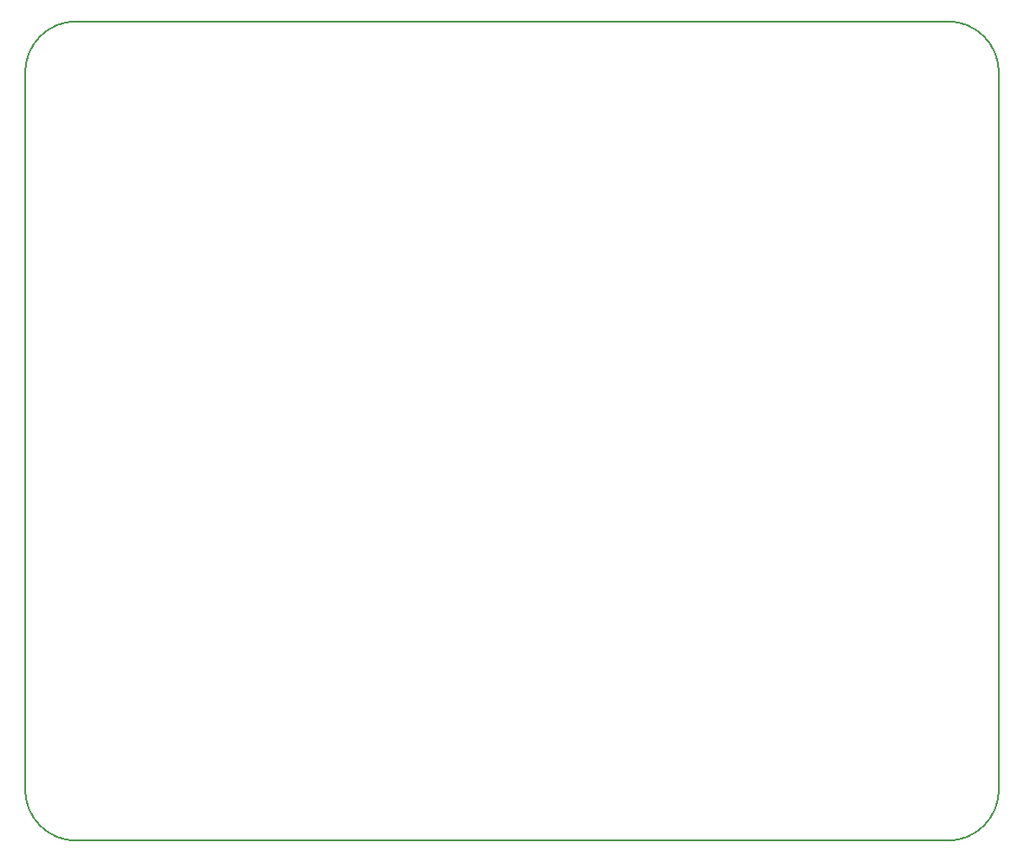
<source format=gbr>
G04 #@! TF.GenerationSoftware,KiCad,Pcbnew,5.0.1*
G04 #@! TF.CreationDate,2018-12-10T08:04:53+01:00*
G04 #@! TF.ProjectId,Kilsyth,4B696C737974682E6B696361645F7063,rev?*
G04 #@! TF.SameCoordinates,Original*
G04 #@! TF.FileFunction,Profile,NP*
%FSLAX46Y46*%
G04 Gerber Fmt 4.6, Leading zero omitted, Abs format (unit mm)*
G04 Created by KiCad (PCBNEW 5.0.1) date Mon 10 Dec 2018 08:04:53 AM CET*
%MOMM*%
%LPD*%
G01*
G04 APERTURE LIST*
%ADD10C,0.150000*%
G04 APERTURE END LIST*
D10*
X55000000Y-130000000D02*
G75*
G02X50000000Y-125000000I0J5000000D01*
G01*
X145000000Y-125000000D02*
G75*
G02X140000000Y-130000000I-5000000J0D01*
G01*
X50000000Y-55000000D02*
G75*
G02X55000000Y-50000000I5000000J0D01*
G01*
X140000000Y-50000000D02*
G75*
G02X145000000Y-55000000I0J-5000000D01*
G01*
X50000000Y-125000000D02*
X50000000Y-55000000D01*
X140000000Y-130000000D02*
X55000000Y-130000000D01*
X145000000Y-55000000D02*
X145000000Y-125000000D01*
X55000000Y-50000000D02*
X140000000Y-50000000D01*
M02*

</source>
